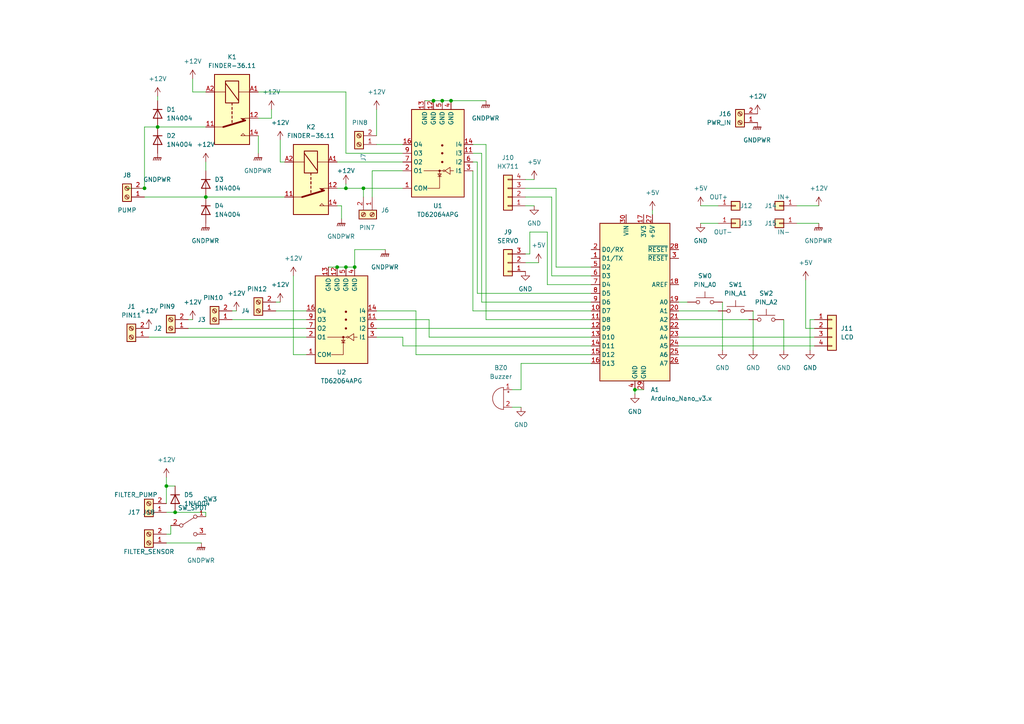
<source format=kicad_sch>
(kicad_sch (version 20211123) (generator eeschema)
  (paper "A4")
  (lib_symbols
    (symbol "Connector:Screw_Terminal_01x02" (pin_names (offset 1.016) hide)
      (property "Reference" "J" (at 0 2.54 0))
      (property "Value" "Screw_Terminal_01x02" (at 0 -5.08 0))
      (symbol "Screw_Terminal_01x02_1_1"
        (rectangle (start -1.27 1.27) (end 1.27 -3.81) (stroke (width 0.254)) (fill (type background)))
        (circle (center 0 -2.54) (radius 0.635) (stroke (width 0.1524)))
        (polyline (pts (xy -0.5334 -2.2098) (xy 0.3302 -3.048)) (stroke (width 0.1524)))
        (polyline (pts (xy -0.5334 0.3302) (xy 0.3302 -0.508)) (stroke (width 0.1524)))
        (polyline (pts (xy -0.3556 -2.032) (xy 0.508 -2.8702)) (stroke (width 0.1524)))
        (polyline (pts (xy -0.3556 0.508) (xy 0.508 -0.3302)) (stroke (width 0.1524)))
        (circle (center 0 0) (radius 0.635) (stroke (width 0.1524)))
        (pin passive line (at -5.08 0 0) (length 3.81) (name "Pin_1") (number "1"))
        (pin passive line (at -5.08 -2.54 0) (length 3.81) (name "Pin_2") (number "2"))
      )
    )
    (symbol "Connector_Generic:Conn_01x01" (pin_names (offset 1.016) hide)
      (property "Reference" "J" (at 0 2.54 0))
      (property "Value" "Conn_01x01" (at 0 -2.54 0))
      (symbol "Conn_01x01_1_1"
        (rectangle (start -1.27 0.127) (end 0 -0.127) (stroke (width 0.1524)))
        (rectangle (start -1.27 1.27) (end 1.27 -1.27) (stroke (width 0.254)) (fill (type background)))
        (pin passive line (at -5.08 0 0) (length 3.81) (name "Pin_1") (number "1"))
      )
    )
    (symbol "Connector_Generic:Conn_01x03" (pin_names (offset 1.016) hide)
      (property "Reference" "J" (at 0 5.08 0))
      (property "Value" "Conn_01x03" (at 0 -5.08 0))
      (symbol "Conn_01x03_1_1"
        (rectangle (start -1.27 -2.413) (end 0 -2.667) (stroke (width 0.1524)))
        (rectangle (start -1.27 0.127) (end 0 -0.127) (stroke (width 0.1524)))
        (rectangle (start -1.27 2.667) (end 0 2.413) (stroke (width 0.1524)))
        (rectangle (start -1.27 3.81) (end 1.27 -3.81) (stroke (width 0.254)) (fill (type background)))
        (pin passive line (at -5.08 2.54 0) (length 3.81) (name "Pin_1") (number "1"))
        (pin passive line (at -5.08 0 0) (length 3.81) (name "Pin_2") (number "2"))
        (pin passive line (at -5.08 -2.54 0) (length 3.81) (name "Pin_3") (number "3"))
      )
    )
    (symbol "Connector_Generic:Conn_01x04" (pin_names (offset 1.016) hide)
      (property "Reference" "J" (at 0 5.08 0))
      (property "Value" "Conn_01x04" (at 0 -7.62 0))
      (symbol "Conn_01x04_1_1"
        (rectangle (start -1.27 -4.953) (end 0 -5.207) (stroke (width 0.1524)))
        (rectangle (start -1.27 -2.413) (end 0 -2.667) (stroke (width 0.1524)))
        (rectangle (start -1.27 0.127) (end 0 -0.127) (stroke (width 0.1524)))
        (rectangle (start -1.27 2.667) (end 0 2.413) (stroke (width 0.1524)))
        (rectangle (start -1.27 3.81) (end 1.27 -6.35) (stroke (width 0.254)) (fill (type background)))
        (pin passive line (at -5.08 2.54 0) (length 3.81) (name "Pin_1") (number "1"))
        (pin passive line (at -5.08 0 0) (length 3.81) (name "Pin_2") (number "2"))
        (pin passive line (at -5.08 -2.54 0) (length 3.81) (name "Pin_3") (number "3"))
        (pin passive line (at -5.08 -5.08 0) (length 3.81) (name "Pin_4") (number "4"))
      )
    )
    (symbol "Device:Buzzer" (pin_names (offset 0.0254) hide)
      (property "Reference" "BZ" (at 3.81 1.27 0))
      (property "Value" "Buzzer" (at 3.81 -1.27 0))
      (symbol "Buzzer_0_1"
        (arc (start 0 -3.175) (mid 3.175 0) (end 0 3.175))
        (polyline (pts (xy -1.651 1.905) (xy -1.143 1.905)))
        (polyline (pts (xy -1.397 2.159) (xy -1.397 1.651)))
        (polyline (pts (xy 0 3.175) (xy 0 -3.175)))
      )
      (symbol "Buzzer_1_1"
        (pin passive line (at -2.54 2.54 0) (length 2.54) (name "-") (number "1"))
        (pin passive line (at -2.54 -2.54 0) (length 2.54) (name "+") (number "2"))
      )
    )
    (symbol "Diode:1N4004" (pin_numbers hide) (pin_names hide)
      (property "Reference" "D" (at 0 2.54 0))
      (property "Value" "1N4004" (at 0 -2.54 0))
      (symbol "1N4004_0_1"
        (polyline (pts (xy -1.27 1.27) (xy -1.27 -1.27)) (stroke (width 0.254)))
        (polyline (pts (xy 1.27 0) (xy -1.27 0)))
        (polyline (pts (xy 1.27 1.27) (xy 1.27 -1.27) (xy -1.27 0) (xy 1.27 1.27)) (stroke (width 0.254)))
      )
      (symbol "1N4004_1_1"
        (pin passive line (at -3.81 0 0) (length 2.54) (name "K") (number "1"))
        (pin passive line (at 3.81 0 180) (length 2.54) (name "A") (number "2"))
      )
    )
    (symbol "MCU_Module:Arduino_Nano_v3.x"
      (property "Reference" "A" (at -10.16 23.495 0))
      (property "Value" "Arduino_Nano_v3.x" (at 5.08 -24.13 0))
      (symbol "Arduino_Nano_v3.x_0_1"
        (rectangle (start -10.16 22.86) (end 10.16 -22.86) (stroke (width 0.254)) (fill (type background)))
      )
      (symbol "Arduino_Nano_v3.x_1_1"
        (pin bidirectional line (at -12.7 12.7 0) (length 2.54) (name "D1/TX") (number "1"))
        (pin bidirectional line (at -12.7 -2.54 0) (length 2.54) (name "D7") (number "10"))
        (pin bidirectional line (at -12.7 -5.08 0) (length 2.54) (name "D8") (number "11"))
        (pin bidirectional line (at -12.7 -7.62 0) (length 2.54) (name "D9") (number "12"))
        (pin bidirectional line (at -12.7 -10.16 0) (length 2.54) (name "D10") (number "13"))
        (pin bidirectional line (at -12.7 -12.7 0) (length 2.54) (name "D11") (number "14"))
        (pin bidirectional line (at -12.7 -15.24 0) (length 2.54) (name "D12") (number "15"))
        (pin bidirectional line (at -12.7 -17.78 0) (length 2.54) (name "D13") (number "16"))
        (pin power_out line (at 2.54 25.4 270) (length 2.54) (name "3V3") (number "17"))
        (pin input line (at 12.7 5.08 180) (length 2.54) (name "AREF") (number "18"))
        (pin bidirectional line (at 12.7 0 180) (length 2.54) (name "A0") (number "19"))
        (pin bidirectional line (at -12.7 15.24 0) (length 2.54) (name "D0/RX") (number "2"))
        (pin bidirectional line (at 12.7 -2.54 180) (length 2.54) (name "A1") (number "20"))
        (pin bidirectional line (at 12.7 -5.08 180) (length 2.54) (name "A2") (number "21"))
        (pin bidirectional line (at 12.7 -7.62 180) (length 2.54) (name "A3") (number "22"))
        (pin bidirectional line (at 12.7 -10.16 180) (length 2.54) (name "A4") (number "23"))
        (pin bidirectional line (at 12.7 -12.7 180) (length 2.54) (name "A5") (number "24"))
        (pin bidirectional line (at 12.7 -15.24 180) (length 2.54) (name "A6") (number "25"))
        (pin bidirectional line (at 12.7 -17.78 180) (length 2.54) (name "A7") (number "26"))
        (pin power_out line (at 5.08 25.4 270) (length 2.54) (name "+5V") (number "27"))
        (pin input line (at 12.7 15.24 180) (length 2.54) (name "~{RESET}") (number "28"))
        (pin power_in line (at 2.54 -25.4 90) (length 2.54) (name "GND") (number "29"))
        (pin input line (at 12.7 12.7 180) (length 2.54) (name "~{RESET}") (number "3"))
        (pin power_in line (at -2.54 25.4 270) (length 2.54) (name "VIN") (number "30"))
        (pin power_in line (at 0 -25.4 90) (length 2.54) (name "GND") (number "4"))
        (pin bidirectional line (at -12.7 10.16 0) (length 2.54) (name "D2") (number "5"))
        (pin bidirectional line (at -12.7 7.62 0) (length 2.54) (name "D3") (number "6"))
        (pin bidirectional line (at -12.7 5.08 0) (length 2.54) (name "D4") (number "7"))
        (pin bidirectional line (at -12.7 2.54 0) (length 2.54) (name "D5") (number "8"))
        (pin bidirectional line (at -12.7 0 0) (length 2.54) (name "D6") (number "9"))
      )
    )
    (symbol "Relay:FINDER-36.11"
      (property "Reference" "K" (at 11.43 3.81 0))
      (property "Value" "FINDER-36.11" (at 11.43 1.27 0))
      (symbol "FINDER-36.11_0_0"
        (polyline (pts (xy 2.54 3.81) (xy 2.54 5.08)))
        (polyline (pts (xy 7.62 3.81) (xy 7.62 5.08)))
        (polyline (pts (xy 7.62 3.81) (xy 7.62 2.54) (xy 6.985 3.175) (xy 7.62 3.81)))
      )
      (symbol "FINDER-36.11_0_1"
        (rectangle (start -10.16 5.08) (end 10.16 -5.08) (stroke (width 0.254)) (fill (type background)))
        (rectangle (start -8.255 1.905) (end -1.905 -1.905) (stroke (width 0.254)))
        (polyline (pts (xy -7.62 -1.905) (xy -2.54 1.905)) (stroke (width 0.254)))
        (polyline (pts (xy -5.08 -5.08) (xy -5.08 -1.905)))
        (polyline (pts (xy -5.08 5.08) (xy -5.08 1.905)))
        (polyline (pts (xy -1.905 0) (xy -1.27 0)) (stroke (width 0.254)))
        (polyline (pts (xy -0.635 0) (xy 0 0)) (stroke (width 0.254)))
        (polyline (pts (xy 0.635 0) (xy 1.27 0)) (stroke (width 0.254)))
        (polyline (pts (xy 0.635 0) (xy 1.27 0)) (stroke (width 0.254)))
        (polyline (pts (xy 1.905 0) (xy 2.54 0)) (stroke (width 0.254)))
        (polyline (pts (xy 3.175 0) (xy 3.81 0)) (stroke (width 0.254)))
        (polyline (pts (xy 5.08 -2.54) (xy 3.175 3.81)) (stroke (width 0.508)))
        (polyline (pts (xy 5.08 -2.54) (xy 5.08 -5.08)))
        (polyline (pts (xy 2.54 2.54) (xy 3.175 3.175) (xy 2.54 3.81)) (fill (type outline)))
      )
      (symbol "FINDER-36.11_1_1"
        (pin passive line (at 5.08 -7.62 90) (length 2.54) (name "~") (number "11"))
        (pin passive line (at 2.54 7.62 270) (length 2.54) (name "~") (number "12"))
        (pin passive line (at 7.62 7.62 270) (length 2.54) (name "~") (number "14"))
        (pin passive line (at -5.08 7.62 270) (length 2.54) (name "~") (number "A1"))
        (pin passive line (at -5.08 -7.62 90) (length 2.54) (name "~") (number "A2"))
      )
    )
    (symbol "Switch:SW_Push" (pin_numbers hide) (pin_names (offset 1.016) hide)
      (property "Reference" "SW" (at 1.27 2.54 0))
      (property "Value" "SW_Push" (at 0 -1.524 0))
      (symbol "SW_Push_0_1"
        (circle (center -2.032 0) (radius 0.508))
        (polyline (pts (xy 0 1.27) (xy 0 3.048)))
        (polyline (pts (xy 2.54 1.27) (xy -2.54 1.27)))
        (circle (center 2.032 0) (radius 0.508))
        (pin passive line (at -5.08 0 0) (length 2.54) (name "1") (number "1"))
        (pin passive line (at 5.08 0 180) (length 2.54) (name "2") (number "2"))
      )
    )
    (symbol "Switch:SW_SPDT" (pin_names (offset 0) hide)
      (property "Reference" "SW" (at 0 4.318 0))
      (property "Value" "SW_SPDT" (at 0 -5.08 0))
      (symbol "SW_SPDT_0_0"
        (circle (center -2.032 0) (radius 0.508))
        (circle (center 2.032 -2.54) (radius 0.508))
      )
      (symbol "SW_SPDT_0_1"
        (polyline (pts (xy -1.524 0.254) (xy 1.651 2.286)))
        (circle (center 2.032 2.54) (radius 0.508))
      )
      (symbol "SW_SPDT_1_1"
        (pin passive line (at 5.08 2.54 180) (length 2.54) (name "A") (number "1"))
        (pin passive line (at -5.08 0 0) (length 2.54) (name "B") (number "2"))
        (pin passive line (at 5.08 -2.54 180) (length 2.54) (name "C") (number "3"))
      )
    )
    (symbol "Transistor_Array:TD62064APG"
      (property "Reference" "U" (at 0 15.875 0))
      (property "Value" "TD62064APG" (at 0 13.97 0))
      (symbol "TD62064APG_0_1"
        (rectangle (start -7.62 -12.7) (end 7.62 12.7) (stroke (width 0.254)) (fill (type background)))
        (circle (center -1.778 5.08) (radius 0.254))
        (circle (center -1.27 -2.286) (radius 0.254) (fill (type outline)))
        (circle (center -1.27 0) (radius 0.254) (fill (type outline)))
        (circle (center -1.27 2.54) (radius 0.254) (fill (type outline)))
        (circle (center -0.508 5.08) (radius 0.254) (fill (type outline)))
        (polyline (pts (xy -4.572 5.08) (xy -3.556 5.08)))
        (polyline (pts (xy -1.524 5.08) (xy 4.064 5.08)))
        (polyline (pts (xy 0 6.731) (xy -1.016 6.731)))
        (polyline (pts (xy -0.508 5.08) (xy -0.508 10.16) (xy 2.921 10.16)))
        (polyline (pts (xy -3.556 6.096) (xy -3.556 4.064) (xy -2.032 5.08) (xy -3.556 6.096)))
        (polyline (pts (xy 0 5.969) (xy -1.016 5.969) (xy -0.508 6.731) (xy 0 5.969)))
      )
      (symbol "TD62064APG_1_1"
        (pin passive line (at 10.16 10.16 180) (length 2.54) (name "COM") (number "1"))
        (pin input line (at -10.16 0 0) (length 2.54) (name "I3") (number "11"))
        (pin power_in line (at 1.27 -15.24 90) (length 2.54) (name "GND") (number "12"))
        (pin power_in line (at 3.81 -15.24 90) (length 2.54) (name "GND") (number "13"))
        (pin input line (at -10.16 -2.54 0) (length 2.54) (name "I4") (number "14"))
        (pin open_collector line (at 10.16 -2.54 180) (length 2.54) (name "O4") (number "16"))
        (pin open_collector line (at 10.16 5.08 180) (length 2.54) (name "O1") (number "2"))
        (pin input line (at -10.16 5.08 0) (length 2.54) (name "I1") (number "3"))
        (pin power_in line (at -3.81 -15.24 90) (length 2.54) (name "GND") (number "4"))
        (pin power_in line (at -1.27 -15.24 90) (length 2.54) (name "GND") (number "5"))
        (pin input line (at -10.16 2.54 0) (length 2.54) (name "I2") (number "6"))
        (pin open_collector line (at 10.16 2.54 180) (length 2.54) (name "O2") (number "7"))
        (pin open_collector line (at 10.16 0 180) (length 2.54) (name "O3") (number "9"))
      )
    )
    (symbol "power:+12V" (power) (pin_names (offset 0))
      (property "Value" "+12V" (at 0 3.556 0))
      (symbol "+12V_0_1"
        (polyline (pts (xy -0.762 1.27) (xy 0 2.54)))
        (polyline (pts (xy 0 0) (xy 0 2.54)))
        (polyline (pts (xy 0 2.54) (xy 0.762 1.27)))
      )
      (symbol "+12V_1_1"
        (pin power_in line (at 0 0 90) (length 0) hide (name "+12V") (number "1"))
      )
    )
    (symbol "power:+5V" (power) (pin_names (offset 0))
      (property "Value" "+5V" (at 0 3.556 0))
      (symbol "+5V_0_1"
        (polyline (pts (xy -0.762 1.27) (xy 0 2.54)))
        (polyline (pts (xy 0 0) (xy 0 2.54)))
        (polyline (pts (xy 0 2.54) (xy 0.762 1.27)))
      )
      (symbol "+5V_1_1"
        (pin power_in line (at 0 0 90) (length 0) hide (name "+5V") (number "1"))
      )
    )
    (symbol "power:GND" (power) (pin_names (offset 0))
      (property "Value" "GND" (at 0 -3.81 0))
      (symbol "GND_0_1"
        (polyline (pts (xy 0 0) (xy 0 -1.27) (xy 1.27 -1.27) (xy 0 -2.54) (xy -1.27 -1.27) (xy 0 -1.27)))
      )
      (symbol "GND_1_1"
        (pin power_in line (at 0 0 270) (length 0) hide (name "GND") (number "1"))
      )
    )
    (symbol "power:GNDPWR" (power) (pin_names (offset 0))
      (property "Value" "GNDPWR" (at 0 -3.302 0))
      (symbol "GNDPWR_0_1"
        (polyline (pts (xy 0 -1.27) (xy 0 0)))
        (polyline (pts (xy -1.016 -1.27) (xy -1.27 -2.032) (xy -1.27 -2.032)) (stroke (width 0.2032)))
        (polyline (pts (xy -0.508 -1.27) (xy -0.762 -2.032) (xy -0.762 -2.032)) (stroke (width 0.2032)))
        (polyline (pts (xy 0 -1.27) (xy -0.254 -2.032) (xy -0.254 -2.032)) (stroke (width 0.2032)))
        (polyline (pts (xy 0.508 -1.27) (xy 0.254 -2.032) (xy 0.254 -2.032)) (stroke (width 0.2032)))
        (polyline (pts (xy 1.016 -1.27) (xy -1.016 -1.27) (xy -1.016 -1.27)) (stroke (width 0.2032)))
        (polyline (pts (xy 1.016 -1.27) (xy 0.762 -2.032) (xy 0.762 -2.032) (xy 0.762 -2.032)) (stroke (width 0.2032)))
      )
      (symbol "GNDPWR_1_1"
        (pin power_in line (at 0 0 270) (length 0) hide (name "GNDPWR") (number "1"))
      )
    )
  )
  (junction (at 125.73 29.21))
  (junction (at 41.91 54.61))
  (junction (at 102.87 77.47))
  (junction (at 50.8 148.59))
  (junction (at 184.15 113.03))
  (junction (at 100.33 54.61))
  (junction (at 100.33 77.47))
  (junction (at 97.79 77.47))
  (junction (at 105.41 54.61))
  (junction (at 59.69 57.15))
  (junction (at 45.72 36.83))
  (junction (at 128.27 29.21))
  (junction (at 48.26 140.97))
  (junction (at 130.81 29.21))
  (wire (pts (xy 81.28 46.99) (xy 82.55 46.99)))
  (wire (pts (xy 120.65 90.17) (xy 120.65 102.87)))
  (wire (pts (xy 74.93 34.29) (xy 78.74 34.29)))
  (wire (pts (xy 95.25 77.47) (xy 97.79 77.47)))
  (wire (pts (xy 128.27 29.21) (xy 130.81 29.21)))
  (wire (pts (xy 41.91 57.15) (xy 59.69 57.15)))
  (wire (pts (xy 81.28 40.64) (xy 81.28 46.99)))
  (wire (pts (xy 54.61 95.25) (xy 88.9 95.25)))
  (wire (pts (xy 55.88 26.67) (xy 55.88 22.86)))
  (wire (pts (xy 67.31 92.71) (xy 88.9 92.71)))
  (wire (pts (xy 125.73 29.21) (xy 128.27 29.21)))
  (wire (pts (xy 171.45 90.17) (xy 137.16 90.17)))
  (wire (pts (xy 85.09 102.87) (xy 88.9 102.87)))
  (wire (pts (xy 153.67 73.66) (xy 153.67 67.31)))
  (wire (pts (xy 109.22 92.71) (xy 124.46 92.71)))
  (wire (pts (xy 109.22 97.79) (xy 116.84 97.79)))
  (wire (pts (xy 100.33 26.67) (xy 100.33 44.45)))
  (wire (pts (xy 99.06 59.69) (xy 99.06 63.5)))
  (wire (pts (xy 59.69 49.53) (xy 59.69 46.99)))
  (wire (pts (xy 140.97 41.91) (xy 140.97 92.71)))
  (wire (pts (xy 130.81 29.21) (xy 140.97 29.21)))
  (wire (pts (xy 59.69 57.15) (xy 82.55 57.15)))
  (wire (pts (xy 100.33 44.45) (xy 116.84 44.45)))
  (wire (pts (xy 102.87 77.47) (xy 102.87 72.39)))
  (wire (pts (xy 59.69 26.67) (xy 55.88 26.67)))
  (wire (pts (xy 171.45 92.71) (xy 140.97 92.71)))
  (wire (pts (xy 97.79 46.99) (xy 116.84 46.99)))
  (wire (pts (xy 48.26 148.59) (xy 50.8 148.59)))
  (wire (pts (xy 196.85 92.71) (xy 217.17 92.71)))
  (wire (pts (xy 107.95 49.53) (xy 116.84 49.53)))
  (wire (pts (xy 59.69 148.59) (xy 59.69 149.86)))
  (wire (pts (xy 139.7 44.45) (xy 137.16 44.45)))
  (wire (pts (xy 196.85 100.33) (xy 236.22 100.33)))
  (wire (pts (xy 151.13 113.03) (xy 151.13 105.41)))
  (wire (pts (xy 203.2 59.69) (xy 208.28 59.69)))
  (wire (pts (xy 148.59 113.03) (xy 151.13 113.03)))
  (wire (pts (xy 48.26 140.97) (xy 48.26 138.43)))
  (wire (pts (xy 184.15 113.03) (xy 186.69 113.03)))
  (wire (pts (xy 196.85 90.17) (xy 208.28 90.17)))
  (wire (pts (xy 152.4 76.2) (xy 156.21 76.2)))
  (wire (pts (xy 161.29 54.61) (xy 161.29 77.47)))
  (wire (pts (xy 189.23 60.96) (xy 189.23 62.23)))
  (wire (pts (xy 234.95 92.71) (xy 234.95 101.6)))
  (wire (pts (xy 49.53 154.94) (xy 49.53 152.4)))
  (wire (pts (xy 120.65 102.87) (xy 171.45 102.87)))
  (wire (pts (xy 48.26 157.48) (xy 58.42 157.48)))
  (wire (pts (xy 171.45 87.63) (xy 139.7 87.63)))
  (wire (pts (xy 124.46 97.79) (xy 171.45 97.79)))
  (wire (pts (xy 41.91 36.83) (xy 41.91 54.61)))
  (wire (pts (xy 137.16 41.91) (xy 140.97 41.91)))
  (wire (pts (xy 158.75 67.31) (xy 158.75 82.55)))
  (wire (pts (xy 139.7 44.45) (xy 139.7 87.63)))
  (wire (pts (xy 231.14 64.77) (xy 237.49 64.77)))
  (wire (pts (xy 80.01 90.17) (xy 88.9 90.17)))
  (wire (pts (xy 236.22 92.71) (xy 234.95 92.71)))
  (wire (pts (xy 100.33 77.47) (xy 102.87 77.47)))
  (wire (pts (xy 78.74 34.29) (xy 78.74 31.75)))
  (wire (pts (xy 97.79 59.69) (xy 99.06 59.69)))
  (wire (pts (xy 116.84 97.79) (xy 116.84 100.33)))
  (wire (pts (xy 74.93 39.37) (xy 74.93 44.45)))
  (wire (pts (xy 152.4 59.69) (xy 154.94 59.69)))
  (wire (pts (xy 209.55 87.63) (xy 209.55 101.6)))
  (wire (pts (xy 137.16 49.53) (xy 137.16 90.17)))
  (wire (pts (xy 45.72 36.83) (xy 59.69 36.83)))
  (wire (pts (xy 36.83 54.61) (xy 41.91 54.61)))
  (wire (pts (xy 233.68 81.28) (xy 233.68 95.25)))
  (wire (pts (xy 80.01 87.63) (xy 81.28 87.63)))
  (wire (pts (xy 48.26 154.94) (xy 49.53 154.94)))
  (wire (pts (xy 45.72 27.94) (xy 45.72 29.21)))
  (wire (pts (xy 184.15 113.03) (xy 184.15 114.3)))
  (wire (pts (xy 148.59 118.11) (xy 151.13 118.11)))
  (wire (pts (xy 43.18 97.79) (xy 88.9 97.79)))
  (wire (pts (xy 227.33 92.71) (xy 227.33 101.6)))
  (wire (pts (xy 107.95 57.15) (xy 107.95 49.53)))
  (wire (pts (xy 196.85 87.63) (xy 199.39 87.63)))
  (wire (pts (xy 160.02 80.01) (xy 171.45 80.01)))
  (wire (pts (xy 152.4 54.61) (xy 161.29 54.61)))
  (wire (pts (xy 218.44 90.17) (xy 218.44 101.6)))
  (wire (pts (xy 116.84 100.33) (xy 171.45 100.33)))
  (wire (pts (xy 105.41 54.61) (xy 105.41 57.15)))
  (wire (pts (xy 50.8 148.59) (xy 59.69 148.59)))
  (wire (pts (xy 161.29 77.47) (xy 171.45 77.47)))
  (wire (pts (xy 48.26 140.97) (xy 50.8 140.97)))
  (wire (pts (xy 152.4 52.07) (xy 154.94 52.07)))
  (wire (pts (xy 137.16 46.99) (xy 138.43 46.99)))
  (wire (pts (xy 54.61 92.71) (xy 55.88 92.71)))
  (wire (pts (xy 151.13 105.41) (xy 171.45 105.41)))
  (wire (pts (xy 67.31 90.17) (xy 68.58 90.17)))
  (wire (pts (xy 171.45 85.09) (xy 138.43 85.09)))
  (wire (pts (xy 203.2 64.77) (xy 208.28 64.77)))
  (wire (pts (xy 152.4 57.15) (xy 160.02 57.15)))
  (wire (pts (xy 97.79 77.47) (xy 100.33 77.47)))
  (wire (pts (xy 153.67 67.31) (xy 158.75 67.31)))
  (wire (pts (xy 160.02 57.15) (xy 160.02 80.01)))
  (wire (pts (xy 158.75 82.55) (xy 171.45 82.55)))
  (wire (pts (xy 102.87 72.39) (xy 111.76 72.39)))
  (wire (pts (xy 236.22 95.25) (xy 233.68 95.25)))
  (wire (pts (xy 97.79 54.61) (xy 100.33 54.61)))
  (wire (pts (xy 124.46 92.71) (xy 124.46 97.79)))
  (wire (pts (xy 74.93 26.67) (xy 100.33 26.67)))
  (wire (pts (xy 138.43 46.99) (xy 138.43 85.09)))
  (wire (pts (xy 109.22 90.17) (xy 120.65 90.17)))
  (wire (pts (xy 109.22 31.75) (xy 109.22 39.37)))
  (wire (pts (xy 100.33 53.34) (xy 100.33 54.61)))
  (wire (pts (xy 105.41 54.61) (xy 116.84 54.61)))
  (wire (pts (xy 109.22 95.25) (xy 171.45 95.25)))
  (wire (pts (xy 153.67 73.66) (xy 152.4 73.66)))
  (wire (pts (xy 196.85 97.79) (xy 236.22 97.79)))
  (wire (pts (xy 109.22 41.91) (xy 116.84 41.91)))
  (wire (pts (xy 85.09 80.01) (xy 85.09 102.87)))
  (wire (pts (xy 41.91 36.83) (xy 45.72 36.83)))
  (wire (pts (xy 100.33 54.61) (xy 105.41 54.61)))
  (wire (pts (xy 123.19 29.21) (xy 125.73 29.21)))
  (wire (pts (xy 48.26 146.05) (xy 48.26 140.97)))
  (wire (pts (xy 231.14 59.69) (xy 237.49 59.69)))
  (symbol (lib_id "Connector_Generic:Conn_01x01") (at 213.36 64.77 0) (unit 1)
    (property "Reference" "J13" (at 214.63 64.77 0) (effects (justify left)))
    (property "Value" "OUT-" (at 207.01 67.31 0) (effects (justify left)))
    (property "Footprint" "Connector_PinHeader_2.54mm:PinHeader_1x01_P2.54mm_Vertical" (effects hide))
  )
  (symbol (lib_id "power:+5V") (at 189.23 60.96 0) (unit 1)
    (property "Reference" "#PWR0134" (effects hide))
    (property "Value" "+5V" (at 189.23 55.88 0))
  )
  (symbol (lib_id "power:+12V") (at 55.88 22.86 0) (unit 1)
    (property "Reference" "#PWR0110" (effects hide))
    (property "Value" "+12V" (at 55.88 17.78 0))
  )
  (symbol (lib_id "power:GNDPWR") (at 59.69 64.77 0) (unit 1)
    (property "Reference" "#PWR0128" (effects hide))
    (property "Value" "GNDPWR" (at 59.563 69.85 0))
  )
  (symbol (lib_id "Connector_Generic:Conn_01x03") (at 147.32 76.2 180) (unit 1)
    (property "Reference" "J9" (at 147.32 67.31 0))
    (property "Value" "SERVO" (at 147.32 69.85 0))
    (property "Footprint" "Connector_PinSocket_2.54mm:PinSocket_1x03_P2.54mm_Vertical" (effects hide))
  )
  (symbol (lib_id "Connector:Screw_Terminal_01x02") (at 36.83 57.15 180) (unit 1)
    (property "Reference" "J8" (at 36.83 50.8 0))
    (property "Value" "PUMP" (at 36.83 60.96 0))
    (property "Footprint" "TerminalBlock_Phoenix:TerminalBlock_Phoenix_MKDS-3-2-5.08_1x02_P5.08mm_Horizontal" (effects hide))
  )
  (symbol (lib_id "Diode:1N4004") (at 59.69 60.96 270) (unit 1)
    (property "Reference" "D4" (at 62.23 59.6899 90) (effects (justify left)))
    (property "Value" "1N4004" (at 62.23 62.2299 90) (effects (justify left)))
    (property "Footprint" "Diode_THT:D_DO-41_SOD81_P10.16mm_Horizontal" (effects hide))
    (property "Datasheet" "http://www.vishay.com/docs/88503/1n4001.pdf" (effects hide))
  )
  (symbol (lib_id "Connector:Screw_Terminal_01x02") (at 74.93 90.17 180) (unit 1)
    (property "Reference" "J4" (at 72.39 90.1701 0) (effects (justify left)))
    (property "Value" "PIN12" (at 77.47 83.82 0) (effects (justify left)))
    (property "Footprint" "TerminalBlock_Phoenix:TerminalBlock_Phoenix_MKDS-3-2-5.08_1x02_P5.08mm_Horizontal" (effects hide))
  )
  (symbol (lib_id "Connector:Screw_Terminal_01x02") (at 43.18 157.48 180) (unit 1)
    (property "Reference" "J18" (at 43.18 148.59 0))
    (property "Value" "FILTER_SENSOR" (at 43.18 160.02 0))
    (property "Footprint" "TerminalBlock_Phoenix:TerminalBlock_Phoenix_MKDS-3-2-5.08_1x02_P5.08mm_Horizontal" (effects hide))
  )
  (symbol (lib_id "Connector:Screw_Terminal_01x02") (at 62.23 92.71 180) (unit 1)
    (property "Reference" "J3" (at 59.69 92.7101 0) (effects (justify left)))
    (property "Value" "PIN10" (at 64.77 86.36 0) (effects (justify left)))
    (property "Footprint" "TerminalBlock_Phoenix:TerminalBlock_Phoenix_MKDS-3-2-5.08_1x02_P5.08mm_Horizontal" (effects hide))
  )
  (symbol (lib_id "Connector:Screw_Terminal_01x02") (at 104.14 41.91 180) (unit 1)
    (property "Reference" "J7" (at 105.4101 44.45 90) (effects (justify left)))
    (property "Value" "PIN8" (at 106.68 35.56 0) (effects (justify left)))
    (property "Footprint" "TerminalBlock_Phoenix:TerminalBlock_Phoenix_MKDS-3-2-5.08_1x02_P5.08mm_Horizontal" (effects hide))
  )
  (symbol (lib_id "Switch:SW_Push") (at 213.36 90.17 0) (unit 1)
    (property "Reference" "SW1" (at 213.36 82.55 0))
    (property "Value" "PIN_A1" (at 213.36 85.09 0))
    (property "Footprint" "Button_Switch_THT:SW_PUSH_6mm" (effects hide))
  )
  (symbol (lib_id "Diode:1N4004") (at 45.72 33.02 270) (unit 1)
    (property "Reference" "D1" (at 48.26 31.7499 90) (effects (justify left)))
    (property "Value" "1N4004" (at 48.26 34.2899 90) (effects (justify left)))
    (property "Footprint" "Diode_THT:D_DO-41_SOD81_P10.16mm_Horizontal" (effects hide))
    (property "Datasheet" "http://www.vishay.com/docs/88503/1n4001.pdf" (effects hide))
  )
  (symbol (lib_id "Connector:Screw_Terminal_01x02") (at 49.53 95.25 180) (unit 1)
    (property "Reference" "J2" (at 46.99 95.2501 0) (effects (justify left)))
    (property "Value" "PIN9" (at 50.8 88.9 0) (effects (justify left)))
    (property "Footprint" "TerminalBlock_Phoenix:TerminalBlock_Phoenix_MKDS-3-2-5.08_1x02_P5.08mm_Horizontal" (effects hide))
  )
  (symbol (lib_id "Connector_Generic:Conn_01x04") (at 147.32 57.15 180) (unit 1)
    (property "Reference" "J10" (at 147.32 45.72 0))
    (property "Value" "HX711" (at 147.32 48.26 0))
    (property "Footprint" "Connector_PinSocket_2.54mm:PinSocket_1x04_P2.54mm_Vertical" (effects hide))
  )
  (symbol (lib_id "Transistor_Array:TD62064APG") (at 127 44.45 180) (unit 1)
    (property "Reference" "U1" (at 127 59.69 0))
    (property "Value" "TD62064APG" (at 127 62.23 0))
    (property "Footprint" "Package_DIP:DIP-16_W7.62mm" (effects hide))
    (property "Datasheet" "https://www.mouser.com/datasheet/2/408/toshiba%20america%20electronic%20components,%20inc._dst_td-1209371.pdf" (effects hide))
  )
  (symbol (lib_id "Relay:FINDER-36.11") (at 67.31 31.75 270) (unit 1)
    (property "Reference" "K1" (at 67.31 16.51 90))
    (property "Value" "FINDER-36.11" (at 67.31 19.05 90))
    (property "Footprint" "Relay_THT:Relay_SPDT_Finder_36.11" (effects hide))
    (property "Datasheet" "https://gfinder.findernet.com/public/attachments/36/EN/S36EN.pdf" (effects hide))
  )
  (symbol (lib_id "power:GNDPWR") (at 58.42 157.48 0) (unit 1)
    (property "Reference" "#PWR0105" (effects hide))
    (property "Value" "GNDPWR" (at 58.293 162.56 0))
  )
  (symbol (lib_id "power:GND") (at 151.13 118.11 0) (unit 1)
    (property "Reference" "#PWR0119" (effects hide))
    (property "Value" "GND" (at 151.13 123.19 0))
  )
  (symbol (lib_id "power:+5V") (at 233.68 81.28 0) (unit 1)
    (property "Reference" "#PWR0124" (effects hide))
    (property "Value" "+5V" (at 233.68 76.2 0))
  )
  (symbol (lib_id "power:GND") (at 234.95 101.6 0) (unit 1)
    (property "Reference" "#PWR0123" (effects hide))
    (property "Value" "GND" (at 234.95 106.68 0))
  )
  (symbol (lib_id "power:GND") (at 227.33 101.6 0) (unit 1)
    (property "Reference" "#PWR0122" (effects hide))
    (property "Value" "GND" (at 227.33 106.68 0))
  )
  (symbol (lib_id "power:GNDPWR") (at 99.06 63.5 0) (unit 1)
    (property "Reference" "#PWR0129" (effects hide))
    (property "Value" "GNDPWR" (at 98.933 68.58 0))
  )
  (symbol (lib_id "Connector_Generic:Conn_01x04") (at 241.3 95.25 0) (unit 1)
    (property "Reference" "J11" (at 243.84 95.2499 0) (effects (justify left)))
    (property "Value" "LCD" (at 243.84 97.7899 0) (effects (justify left)))
    (property "Footprint" "Connector_PinSocket_2.54mm:PinSocket_1x04_P2.54mm_Vertical" (effects hide))
  )
  (symbol (lib_id "power:GND") (at 209.55 101.6 0) (unit 1)
    (property "Reference" "#PWR0121" (effects hide))
    (property "Value" "GND" (at 209.55 106.68 0))
  )
  (symbol (lib_id "power:+12V") (at 100.33 53.34 0) (unit 1)
    (property "Reference" "#PWR0102" (effects hide))
    (property "Value" "+12V" (at 100.33 49.53 0))
  )
  (symbol (lib_id "power:+12V") (at 219.71 33.02 0) (unit 1)
    (property "Reference" "#PWR0136" (effects hide))
    (property "Value" "+12V" (at 219.71 27.94 0))
  )
  (symbol (lib_id "power:GNDPWR") (at 140.97 29.21 0) (unit 1)
    (property "Reference" "#PWR0101" (effects hide))
    (property "Value" "GNDPWR" (at 140.843 34.29 0))
  )
  (symbol (lib_id "power:GNDPWR") (at 74.93 44.45 0) (unit 1)
    (property "Reference" "#PWR0126" (effects hide))
    (property "Value" "GNDPWR" (at 74.803 49.53 0))
  )
  (symbol (lib_id "power:GND") (at 152.4 78.74 0) (unit 1)
    (property "Reference" "#PWR0117" (effects hide))
    (property "Value" "GND" (at 152.4 83.82 0))
  )
  (symbol (lib_id "Diode:1N4004") (at 45.72 40.64 270) (unit 1)
    (property "Reference" "D2" (at 48.26 39.3699 90) (effects (justify left)))
    (property "Value" "1N4004" (at 48.26 41.9099 90) (effects (justify left)))
    (property "Footprint" "Diode_THT:D_DO-41_SOD81_P10.16mm_Horizontal" (effects hide))
    (property "Datasheet" "http://www.vishay.com/docs/88503/1n4001.pdf" (effects hide))
  )
  (symbol (lib_id "Connector_Generic:Conn_01x01") (at 226.06 64.77 180) (unit 1)
    (property "Reference" "J15" (at 223.52 64.77 0))
    (property "Value" "IN-" (at 227.33 67.31 0))
    (property "Footprint" "Connector_PinHeader_2.54mm:PinHeader_1x01_P2.54mm_Vertical" (effects hide))
  )
  (symbol (lib_id "Transistor_Array:TD62064APG") (at 99.06 92.71 180) (unit 1)
    (property "Reference" "U2" (at 99.06 107.95 0))
    (property "Value" "TD62064APG" (at 99.06 110.49 0))
    (property "Footprint" "Package_DIP:DIP-16_W7.62mm" (effects hide))
    (property "Datasheet" "https://www.mouser.com/datasheet/2/408/toshiba%20america%20electronic%20components,%20inc._dst_td-1209371.pdf" (effects hide))
  )
  (symbol (lib_id "power:+5V") (at 156.21 76.2 0) (unit 1)
    (property "Reference" "#PWR0118" (effects hide))
    (property "Value" "+5V" (at 156.21 71.12 0))
  )
  (symbol (lib_id "power:GND") (at 184.15 114.3 0) (unit 1)
    (property "Reference" "#PWR0131" (effects hide))
    (property "Value" "GND" (at 184.15 119.38 0))
  )
  (symbol (lib_id "Connector_Generic:Conn_01x01") (at 213.36 59.69 0) (unit 1)
    (property "Reference" "J12" (at 214.63 59.69 0) (effects (justify left)))
    (property "Value" "OUT+" (at 205.74 57.15 0) (effects (justify left)))
    (property "Footprint" "Connector_PinHeader_2.54mm:PinHeader_1x01_P2.54mm_Vertical" (effects hide))
  )
  (symbol (lib_id "Connector:Screw_Terminal_01x02") (at 214.63 35.56 180) (unit 1)
    (property "Reference" "J16" (at 212.09 33.0199 0) (effects (justify left)))
    (property "Value" "PWR_IN" (at 212.09 35.5599 0) (effects (justify left)))
    (property "Footprint" "TerminalBlock_Phoenix:TerminalBlock_Phoenix_MKDS-3-2-5.08_1x02_P5.08mm_Horizontal" (effects hide))
  )
  (symbol (lib_id "power:GNDPWR") (at 219.71 35.56 0) (unit 1)
    (property "Reference" "#PWR0137" (effects hide))
    (property "Value" "GNDPWR" (at 219.583 40.64 0))
  )
  (symbol (lib_id "power:+12V") (at 59.69 46.99 0) (unit 1)
    (property "Reference" "#PWR0125" (effects hide))
    (property "Value" "+12V" (at 59.69 41.91 0))
  )
  (symbol (lib_id "power:+12V") (at 43.18 95.25 0) (unit 1)
    (property "Reference" "#PWR0109" (effects hide))
    (property "Value" "+12V" (at 43.18 90.17 0))
  )
  (symbol (lib_id "power:+12V") (at 109.22 31.75 0) (unit 1)
    (property "Reference" "#PWR0112" (effects hide))
    (property "Value" "+12V" (at 109.22 26.67 0))
  )
  (symbol (lib_id "power:GND") (at 154.94 59.69 0) (unit 1)
    (property "Reference" "#PWR0115" (effects hide))
    (property "Value" "GND" (at 154.94 64.77 0))
  )
  (symbol (lib_id "Connector:Screw_Terminal_01x02") (at 107.95 62.23 270) (unit 1)
    (property "Reference" "J6" (at 110.49 60.9599 90) (effects (justify left)))
    (property "Value" "PIN7" (at 104.14 66.04 90) (effects (justify left)))
    (property "Footprint" "TerminalBlock_Phoenix:TerminalBlock_Phoenix_MKDS-3-2-5.08_1x02_P5.08mm_Horizontal" (effects hide))
  )
  (symbol (lib_id "power:+12V") (at 55.88 92.71 0) (unit 1)
    (property "Reference" "#PWR0108" (effects hide))
    (property "Value" "+12V" (at 55.88 87.63 0))
  )
  (symbol (lib_id "power:+12V") (at 81.28 40.64 0) (unit 1)
    (property "Reference" "#PWR0113" (effects hide))
    (property "Value" "+12V" (at 81.28 35.56 0))
  )
  (symbol (lib_id "Relay:FINDER-36.11") (at 90.17 52.07 270) (unit 1)
    (property "Reference" "K2" (at 90.17 36.83 90))
    (property "Value" "FINDER-36.11" (at 90.17 39.37 90))
    (property "Footprint" "Relay_THT:Relay_SPDT_Finder_36.11" (effects hide))
    (property "Datasheet" "https://gfinder.findernet.com/public/attachments/36/EN/S36EN.pdf" (effects hide))
  )
  (symbol (lib_id "Connector:Screw_Terminal_01x02") (at 43.18 148.59 180) (unit 1)
    (property "Reference" "J17" (at 40.64 148.5901 0) (effects (justify left)))
    (property "Value" "FILTER_PUMP" (at 45.72 143.51 0) (effects (justify left)))
    (property "Footprint" "TerminalBlock_Phoenix:TerminalBlock_Phoenix_MKDS-3-2-5.08_1x02_P5.08mm_Horizontal" (effects hide))
  )
  (symbol (lib_id "power:+12V") (at 48.26 138.43 0) (unit 1)
    (property "Reference" "#PWR0104" (effects hide))
    (property "Value" "+12V" (at 48.26 133.35 0))
  )
  (symbol (lib_id "Switch:SW_Push") (at 204.47 87.63 0) (unit 1)
    (property "Reference" "SW0" (at 204.47 80.01 0))
    (property "Value" "PIN_A0" (at 204.47 82.55 0))
    (property "Footprint" "Button_Switch_THT:SW_PUSH_6mm" (effects hide))
  )
  (symbol (lib_id "Switch:SW_Push") (at 222.25 92.71 0) (unit 1)
    (property "Reference" "SW2" (at 222.25 85.09 0))
    (property "Value" "PIN_A2" (at 222.25 87.63 0))
    (property "Footprint" "Button_Switch_THT:SW_PUSH_6mm" (effects hide))
  )
  (symbol (lib_id "power:+12V") (at 45.72 27.94 0) (unit 1)
    (property "Reference" "#PWR0127" (effects hide))
    (property "Value" "+12V" (at 45.72 22.86 0))
  )
  (symbol (lib_id "MCU_Module:Arduino_Nano_v3.x") (at 184.15 87.63 0) (unit 1)
    (property "Reference" "A1" (at 188.7094 113.03 0) (effects (justify left)))
    (property "Value" "Arduino_Nano_v3.x" (at 188.7094 115.57 0) (effects (justify left)))
    (property "Footprint" "Module:Arduino_Nano" (effects hide))
    (property "Datasheet" "http://www.mouser.com/pdfdocs/Gravitech_Arduino_Nano3_0.pdf" (effects hide))
  )
  (symbol (lib_id "Device:Buzzer") (at 146.05 115.57 0) (mirror y) (unit 1)
    (property "Reference" "BZ0" (at 145.288 106.68 0))
    (property "Value" "Buzzer" (at 145.288 109.22 0))
    (property "Footprint" "Buzzer_Beeper:Buzzer_12x9.5RM7.6" (effects hide))
  )
  (symbol (lib_id "power:+12V") (at 81.28 87.63 0) (unit 1)
    (property "Reference" "#PWR0106" (effects hide))
    (property "Value" "+12V" (at 81.28 82.55 0))
  )
  (symbol (lib_id "Connector_Generic:Conn_01x01") (at 226.06 59.69 180) (unit 1)
    (property "Reference" "J14" (at 223.52 59.69 0))
    (property "Value" "IN+" (at 227.33 57.15 0))
    (property "Footprint" "Connector_PinHeader_2.54mm:PinHeader_1x01_P2.54mm_Vertical" (effects hide))
  )
  (symbol (lib_id "Diode:1N4004") (at 50.8 144.78 270) (unit 1)
    (property "Reference" "D5" (at 53.34 143.5099 90) (effects (justify left)))
    (property "Value" "1N4004" (at 53.34 146.0499 90) (effects (justify left)))
    (property "Footprint" "Diode_THT:D_DO-41_SOD81_P10.16mm_Horizontal" (effects hide))
    (property "Datasheet" "http://www.vishay.com/docs/88503/1n4001.pdf" (effects hide))
  )
  (symbol (lib_id "power:GND") (at 218.44 101.6 0) (unit 1)
    (property "Reference" "#PWR0120" (effects hide))
    (property "Value" "GND" (at 218.44 106.68 0))
  )
  (symbol (lib_id "Switch:SW_SPDT") (at 54.61 152.4 0) (unit 1)
    (property "Reference" "SW3" (at 60.96 144.78 0))
    (property "Value" "SW_SPDT" (at 55.88 147.32 0))
    (property "Footprint" "Button_Switch_THT:SW_Slide_1P2T_CK_OS102011MS2Q" (effects hide))
  )
  (symbol (lib_id "power:GND") (at 203.2 64.77 0) (unit 1)
    (property "Reference" "#PWR0130" (effects hide))
    (property "Value" "GND" (at 203.2 69.85 0))
  )
  (symbol (lib_id "Diode:1N4004") (at 59.69 53.34 270) (unit 1)
    (property "Reference" "D3" (at 62.23 52.0699 90) (effects (justify left)))
    (property "Value" "1N4004" (at 62.23 54.6099 90) (effects (justify left)))
    (property "Footprint" "Diode_THT:D_DO-41_SOD81_P10.16mm_Horizontal" (effects hide))
    (property "Datasheet" "http://www.vishay.com/docs/88503/1n4001.pdf" (effects hide))
  )
  (symbol (lib_id "power:+12V") (at 78.74 31.75 0) (unit 1)
    (property "Reference" "#PWR0114" (effects hide))
    (property "Value" "+12V" (at 78.74 26.67 0))
  )
  (symbol (lib_id "power:+5V") (at 203.2 59.69 0) (unit 1)
    (property "Reference" "#PWR0135" (effects hide))
    (property "Value" "+5V" (at 203.2 54.61 0))
  )
  (symbol (lib_id "power:+12V") (at 68.58 90.17 0) (unit 1)
    (property "Reference" "#PWR0107" (effects hide))
    (property "Value" "+12V" (at 68.58 85.09 0))
  )
  (symbol (lib_id "power:+12V") (at 85.09 80.01 0) (unit 1)
    (property "Reference" "#PWR0103" (effects hide))
    (property "Value" "+12V" (at 85.09 74.93 0))
  )
  (symbol (lib_id "power:GNDPWR") (at 237.49 64.77 0) (unit 1)
    (property "Reference" "#PWR0132" (effects hide))
    (property "Value" "GNDPWR" (at 237.363 69.85 0))
  )
  (symbol (lib_id "power:+5V") (at 154.94 52.07 0) (unit 1)
    (property "Reference" "#PWR0116" (effects hide))
    (property "Value" "+5V" (at 154.94 46.99 0))
  )
  (symbol (lib_id "power:GNDPWR") (at 111.76 72.39 0) (unit 1)
    (property "Reference" "#PWR0111" (effects hide))
    (property "Value" "GNDPWR" (at 111.633 77.47 0))
  )
  (symbol (lib_id "Connector:Screw_Terminal_01x02") (at 38.1 97.79 180) (unit 1)
    (property "Reference" "J1" (at 38.1 88.9 0))
    (property "Value" "PIN11" (at 38.1 91.44 0))
    (property "Footprint" "TerminalBlock_Phoenix:TerminalBlock_Phoenix_MKDS-3-2-5.08_1x02_P5.08mm_Horizontal" (effects hide))
  )
  (symbol (lib_id "power:+12V") (at 237.49 59.69 0) (unit 1)
    (property "Reference" "#PWR0133" (effects hide))
    (property "Value" "+12V" (at 237.49 54.61 0))
  )
  (symbol (lib_id "power:GNDPWR") (at 45.72 44.45 0) (unit 1)
    (property "Reference" "#PWR0138" (effects hide))
    (property "Value" "GNDPWR" (at 45.593 52.07 0))
  )
)
</source>
